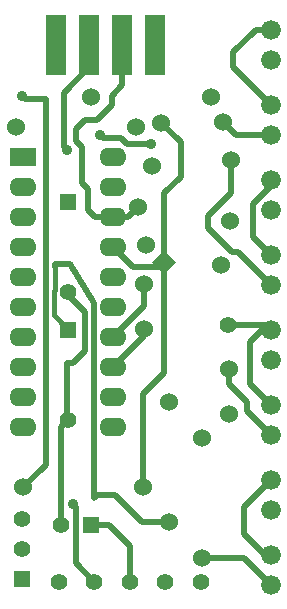
<source format=gbl>
G04 (created by PCBNEW-RS274X (2011-05-25)-stable) date Wed 29 Aug 2012 05:18:07 PM CDT*
G01*
G70*
G90*
%MOIN*%
G04 Gerber Fmt 3.4, Leading zero omitted, Abs format*
%FSLAX34Y34*%
G04 APERTURE LIST*
%ADD10C,0.006000*%
%ADD11R,0.055000X0.055000*%
%ADD12C,0.055000*%
%ADD13C,0.066000*%
%ADD14R,0.056000X0.056000*%
%ADD15C,0.056000*%
%ADD16R,0.070000X0.200000*%
%ADD17R,0.090000X0.062000*%
%ADD18O,0.090000X0.062000*%
%ADD19C,0.060000*%
%ADD20C,0.035000*%
%ADD21C,0.019700*%
%ADD22C,0.015000*%
G04 APERTURE END LIST*
G54D10*
G54D11*
X00700Y-18800D03*
G54D12*
X00700Y-17800D03*
X00700Y-16800D03*
G54D11*
X03000Y-17000D03*
G54D12*
X02000Y-17000D03*
G54D13*
X09000Y-19000D03*
X09000Y-18000D03*
X09000Y-16500D03*
X09000Y-15500D03*
X09000Y-14000D03*
X09000Y-13000D03*
X09000Y-11500D03*
X09000Y-10500D03*
X09000Y-09000D03*
X09000Y-08000D03*
X09000Y-06500D03*
X09000Y-05500D03*
X09000Y-04000D03*
X09000Y-03000D03*
X09000Y-01500D03*
X09000Y-00500D03*
G54D14*
X02250Y-06250D03*
G54D15*
X02250Y-09250D03*
G54D10*
G36*
X05835Y-08239D02*
X05439Y-08635D01*
X05043Y-08239D01*
X05439Y-07843D01*
X05835Y-08239D01*
X05835Y-08239D01*
G37*
G54D15*
X07561Y-10361D03*
G54D14*
X02250Y-10500D03*
G54D15*
X02250Y-13500D03*
G54D16*
X01850Y-01000D03*
X02950Y-01000D03*
X04050Y-01000D03*
X05150Y-01000D03*
G54D17*
X00750Y-04750D03*
G54D18*
X00750Y-05750D03*
X00750Y-06750D03*
X00750Y-07750D03*
X00750Y-08750D03*
X00750Y-09750D03*
X00750Y-10750D03*
X00750Y-11750D03*
X00750Y-12750D03*
X00750Y-13750D03*
X03750Y-13750D03*
X03750Y-12750D03*
X03750Y-11750D03*
X03750Y-10750D03*
X03750Y-09750D03*
X03750Y-08750D03*
X03750Y-07750D03*
X03750Y-06750D03*
X03750Y-05750D03*
X03750Y-04750D03*
G54D19*
X07000Y-02750D03*
X03000Y-02750D03*
X07414Y-03586D03*
X04586Y-06414D03*
X07647Y-06888D03*
X05353Y-03612D03*
X07664Y-04836D03*
X04836Y-07664D03*
X07347Y-08338D03*
X05053Y-05062D03*
X07614Y-11814D03*
X04786Y-08986D03*
X07614Y-13314D03*
X04786Y-10486D03*
X06700Y-18100D03*
X06700Y-14100D03*
X05600Y-16900D03*
X05600Y-12900D03*
X04750Y-15750D03*
X00750Y-15750D03*
X00500Y-03750D03*
X04500Y-03750D03*
G54D12*
X05481Y-18900D03*
X04300Y-18900D03*
X03119Y-18900D03*
X01938Y-18900D03*
X06662Y-18900D03*
G54D20*
X05000Y-04300D03*
X03300Y-04000D03*
X02200Y-04500D03*
X00700Y-02700D03*
X02400Y-16300D03*
G54D21*
X04050Y-01000D02*
X04050Y-02350D01*
X03150Y-06750D02*
X03750Y-06750D01*
X02900Y-06500D02*
X03150Y-06750D01*
X02900Y-05800D02*
X02900Y-06500D01*
X02700Y-05600D02*
X02900Y-05800D01*
X02700Y-04400D02*
X02700Y-05600D01*
X02500Y-04200D02*
X02700Y-04400D01*
X02500Y-03800D02*
X02500Y-04200D01*
X02800Y-03500D02*
X02500Y-03800D01*
X03200Y-03500D02*
X02800Y-03500D01*
X03700Y-03000D02*
X03200Y-03500D01*
X03700Y-02700D02*
X03700Y-03000D01*
X04050Y-02350D02*
X03700Y-02700D01*
X03750Y-06750D02*
X04250Y-06750D01*
X04250Y-06750D02*
X04586Y-06414D01*
X05439Y-08239D02*
X05439Y-05961D01*
X06000Y-04259D02*
X05353Y-03612D01*
X06000Y-05400D02*
X06000Y-04259D01*
X05439Y-05961D02*
X06000Y-05400D01*
X05439Y-08239D02*
X05439Y-11961D01*
X04750Y-12650D02*
X04750Y-15750D01*
X05439Y-11961D02*
X04750Y-12650D01*
X05439Y-03698D02*
X05353Y-03612D01*
X03750Y-07750D02*
X04400Y-08400D01*
X05278Y-08400D02*
X05439Y-08239D01*
X04400Y-08400D02*
X05278Y-08400D01*
X03100Y-16000D02*
X03800Y-16000D01*
X04700Y-16900D02*
X05600Y-16900D01*
X03800Y-16000D02*
X04700Y-16900D01*
X03100Y-09600D02*
X03100Y-16000D01*
X03100Y-16000D02*
X03100Y-16100D01*
X03100Y-16100D02*
X03200Y-16000D01*
G54D22*
X01800Y-08400D02*
X01800Y-09176D01*
G54D21*
X03100Y-09600D02*
X03100Y-09600D01*
X03100Y-09600D02*
X02300Y-08300D01*
X02300Y-08300D02*
X01800Y-08300D01*
X01800Y-08300D02*
X01800Y-08400D01*
G54D22*
X01776Y-10026D02*
X02250Y-10500D01*
X01776Y-09200D02*
X01776Y-10026D01*
X01800Y-09176D02*
X01776Y-09200D01*
G54D21*
X09000Y-10500D02*
X08700Y-10500D01*
X08300Y-12300D02*
X09000Y-13000D01*
X08300Y-10900D02*
X08300Y-12300D01*
X08700Y-10500D02*
X08300Y-10900D01*
X07561Y-10361D02*
X08861Y-10361D01*
X08861Y-10361D02*
X09000Y-10500D01*
X02000Y-17000D02*
X02000Y-13750D01*
X02000Y-13750D02*
X02250Y-13500D01*
X02200Y-11600D02*
X02200Y-13450D01*
X02200Y-13450D02*
X02250Y-13500D01*
X02250Y-09250D02*
X02250Y-09350D01*
X02400Y-11600D02*
X02200Y-11600D01*
X02800Y-11200D02*
X02400Y-11600D01*
X02800Y-09900D02*
X02800Y-11200D01*
X02250Y-09350D02*
X02800Y-09900D01*
X09000Y-18000D02*
X08800Y-18000D01*
X08800Y-18000D02*
X08100Y-17300D01*
X08100Y-17300D02*
X08100Y-16400D01*
X08100Y-16400D02*
X09000Y-15500D01*
X09000Y-05500D02*
X09000Y-05700D01*
X08400Y-07400D02*
X09000Y-08000D01*
X08400Y-06300D02*
X08400Y-07400D01*
X09000Y-05700D02*
X08400Y-06300D01*
X09000Y-00500D02*
X08500Y-00500D01*
X07750Y-01750D02*
X09000Y-03000D01*
X07750Y-01250D02*
X07750Y-01750D01*
X08500Y-00500D02*
X07750Y-01250D01*
X09000Y-04000D02*
X07828Y-04000D01*
X07828Y-04000D02*
X07414Y-03586D01*
X07664Y-04836D02*
X07664Y-05936D01*
X08300Y-08300D02*
X09000Y-09000D01*
X07900Y-07900D02*
X08300Y-08300D01*
X07700Y-07900D02*
X07900Y-07900D01*
X06900Y-07100D02*
X07700Y-07900D01*
X06900Y-06700D02*
X06900Y-07100D01*
X07664Y-05936D02*
X06900Y-06700D01*
X02950Y-01000D02*
X02950Y-01750D01*
X04200Y-04300D02*
X05000Y-04300D01*
X04000Y-04100D02*
X04200Y-04300D01*
X03400Y-04100D02*
X04000Y-04100D01*
X03300Y-04000D02*
X03400Y-04100D01*
X02100Y-04400D02*
X02200Y-04500D01*
X02100Y-02600D02*
X02100Y-04400D01*
X02950Y-01750D02*
X02100Y-02600D01*
X06700Y-18100D02*
X08100Y-18100D01*
X08100Y-18100D02*
X09000Y-19000D01*
X07614Y-11814D02*
X07614Y-12314D01*
X08200Y-13200D02*
X09000Y-14000D01*
X08200Y-12900D02*
X08200Y-13200D01*
X07614Y-12314D02*
X08200Y-12900D01*
X04786Y-08986D02*
X04786Y-09714D01*
X04786Y-09714D02*
X03750Y-10750D01*
X04786Y-10486D02*
X04786Y-10714D01*
X04786Y-10714D02*
X03750Y-11750D01*
X01500Y-15000D02*
X00750Y-15750D01*
X00700Y-02700D02*
X00800Y-02800D01*
X00800Y-02800D02*
X01500Y-02800D01*
X01500Y-02800D02*
X01500Y-15000D01*
X02500Y-18281D02*
X03119Y-18900D01*
X02500Y-16400D02*
X02500Y-18281D01*
X02400Y-16300D02*
X02500Y-16400D01*
X04300Y-18900D02*
X04300Y-17700D01*
X03600Y-17000D02*
X03000Y-17000D01*
X04300Y-17700D02*
X03600Y-17000D01*
M02*

</source>
